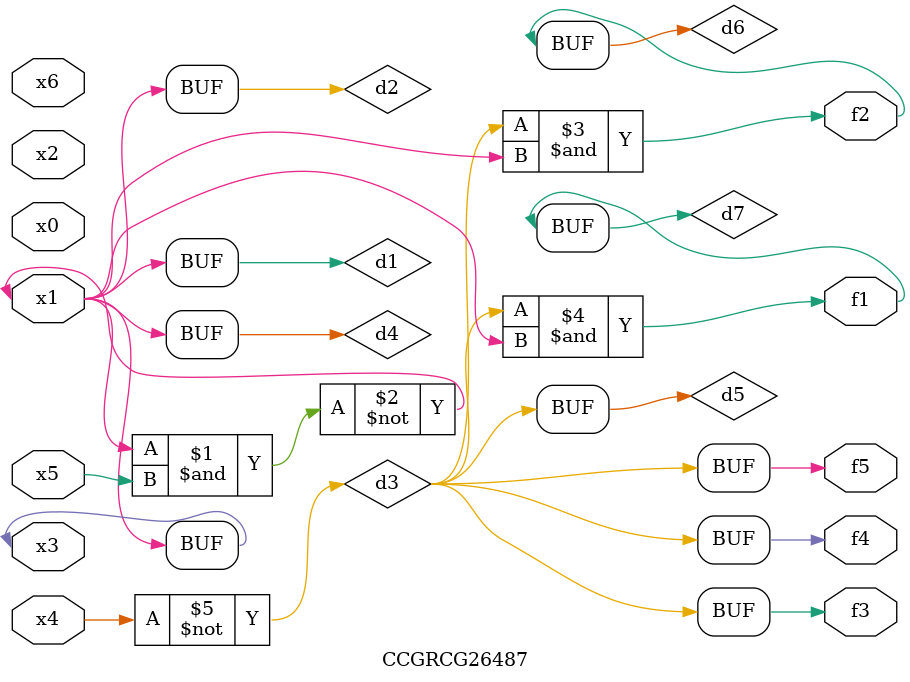
<source format=v>
module CCGRCG26487(
	input x0, x1, x2, x3, x4, x5, x6,
	output f1, f2, f3, f4, f5
);

	wire d1, d2, d3, d4, d5, d6, d7;

	buf (d1, x1, x3);
	nand (d2, x1, x5);
	not (d3, x4);
	buf (d4, d1, d2);
	buf (d5, d3);
	and (d6, d3, d4);
	and (d7, d3, d4);
	assign f1 = d7;
	assign f2 = d6;
	assign f3 = d5;
	assign f4 = d5;
	assign f5 = d5;
endmodule

</source>
